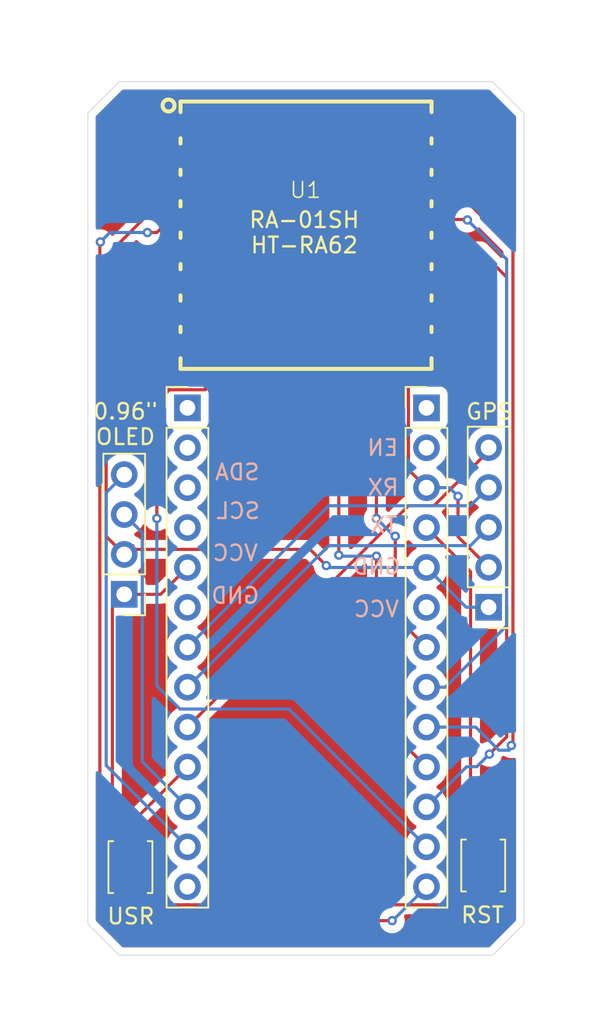
<source format=kicad_pcb>
(kicad_pcb (version 20241229) (generator "pcbnew") (generator_version "9.0")
  (layers (0 "F.Cu" signal) (2 "B.Cu" signal) (13 "F.Paste" user) (15 "B.Paste" user) (5 "F.SilkS" user "F.Silkscreen") (7 "B.SilkS" user "B.Silkscreen") (1 "F.Mask" user) (3 "B.Mask" user) (25 "Edge.Cuts" user))
  (net 0 "")
  (net 1 "SDA")
  (net 2 "VCC")
  (net 3 "SCL")
  (net 4 "GND")
  (net 5 "NRST")
  (net 6 "SCK")
  (net 7 "CS")
  (net 10 "MISO")
  (net 11 "BUSY")
  (net 13 "MOSI")
  (net 14 "IRQ")
  (net 18 "P1.06")
  (net 19 "MCU_RXEN")
  (net 20 "P0.06")
  (net 21 "USR_BTN")
  (net 22 "GPS_TX")
  (net 23 "GPS_RX")
  (net 24 "P0.08")
  (net 25 "GPS_EN")
  (net 27 "RST_BTN")
  (net 28 "BATTERY")
  (footprint "Button_Switch_SMD:SW_SPST_B3U-1000P" (layer "F.Cu") (at 113.005 94.49 -90)
    (property "Reference" "SW2" (hide yes))
    (property "Value" "SW_Push")
    (fp_line (start -1.65 1.4) (end 1.65 1.4) (stroke (width 0.12)) (layer "F.SilkS"))
    (fp_line (start 1.65 1.4) (end 1.65 1.1) (stroke (width 0.12)) (layer "F.SilkS"))
    (fp_line (start -1.65 1.1) (end -1.65 1.4) (stroke (width 0.12)) (layer "F.SilkS"))
    (fp_line (start -1.65 -1.1) (end -1.65 -1.4) (stroke (width 0.12)) (layer "F.SilkS"))
    (fp_line (start -1.65 -1.4) (end 1.65 -1.4) (stroke (width 0.12)) (layer "F.SilkS"))
    (fp_line (start 1.65 -1.4) (end 1.65 -1.1) (stroke (width 0.12)) (layer "F.SilkS"))
    (pad "1" smd rect (at -1.7 0 270) (size 0.9 1.7) (layers "F.Cu" "F.Mask" "F.Paste") (net 27 "RST_BTN"))
    (pad "2" smd rect (at 1.7 0 270) (size 0.9 1.7) (layers "F.Cu" "F.Mask" "F.Paste") (net 4 "GND"))
  )
  (footprint "Connector_PinHeader_2.54mm:PinHeader_1x13_P2.54mm_Vertical" (layer "F.Cu") (at 94.15 65.36)
    (property "Reference" "J1" (hide yes))
    (property "Value" "Conn_01x13")
    (fp_line (start -1.33 -1.33) (end 0 -1.33) (stroke (width 0.12)) (layer "F.SilkS"))
    (fp_line (start -1.33 0) (end -1.33 -1.33) (stroke (width 0.12)) (layer "F.SilkS"))
    (fp_line (start -1.33 1.27) (end -1.33 31.81) (stroke (width 0.12)) (layer "F.SilkS"))
    (fp_line (start -1.33 1.27) (end 1.33 1.27) (stroke (width 0.12)) (layer "F.SilkS"))
    (fp_line (start -1.33 31.81) (end 1.33 31.81) (stroke (width 0.12)) (layer "F.SilkS"))
    (fp_line (start 1.33 1.27) (end 1.33 31.81) (stroke (width 0.12)) (layer "F.SilkS"))
    (pad "1" thru_hole rect (at 0 0) (size 1.7 1.7) (drill 1) (layers "*.Cu" "*.Mask"))
    (pad "2" thru_hole oval (at 0 2.54) (size 1.7 1.7) (drill 1) (layers "*.Cu" "*.Mask") (net 20 "P0.06"))
    (pad "3" thru_hole oval (at 0 5.08) (size 1.7 1.7) (drill 1) (layers "*.Cu" "*.Mask") (net 24 "P0.08"))
    (pad "4" thru_hole oval (at 0 7.62) (size 1.7 1.7) (drill 1) (layers "*.Cu" "*.Mask") (net 4 "GND"))
    (pad "5" thru_hole oval (at 0 10.16) (size 1.7 1.7) (drill 1) (layers "*.Cu" "*.Mask") (net 4 "GND"))
    (pad "6" thru_hole oval (at 0 12.7) (size 1.7 1.7) (drill 1) (layers "*.Cu" "*.Mask") (net 19 "MCU_RXEN"))
    (pad "7" thru_hole oval (at 0 15.24) (size 1.7 1.7) (drill 1) (layers "*.Cu" "*.Mask") (net 23 "GPS_RX"))
    (pad "8" thru_hole oval (at 0 17.78) (size 1.7 1.7) (drill 1) (layers "*.Cu" "*.Mask") (net 22 "GPS_TX"))
    (pad "9" thru_hole oval (at 0 20.32) (size 1.7 1.7) (drill 1) (layers "*.Cu" "*.Mask") (net 25 "GPS_EN"))
    (pad "10" thru_hole oval (at 0 22.86) (size 1.7 1.7) (drill 1) (layers "*.Cu" "*.Mask") (net 21 "USR_BTN"))
    (pad "11" thru_hole oval (at 0 25.4) (size 1.7 1.7) (drill 1) (layers "*.Cu" "*.Mask") (net 3 "SCL"))
    (pad "12" thru_hole oval (at 0 27.94) (size 1.7 1.7) (drill 1) (layers "*.Cu" "*.Mask") (net 1 "SDA"))
    (pad "13" thru_hole oval (at 0 30.48) (size 1.7 1.7) (drill 1) (layers "*.Cu" "*.Mask") (net 18 "P1.06"))
  )
  (footprint "Connector_PinHeader_2.54mm:PinHeader_1x13_P2.54mm_Vertical" (layer "F.Cu") (at 109.39 65.36)
    (property "Reference" "J2" (hide yes))
    (property "Value" "Conn_01x13")
    (fp_line (start -1.33 -1.33) (end 0 -1.33) (stroke (width 0.12)) (layer "F.SilkS"))
    (fp_line (start -1.33 0) (end -1.33 -1.33) (stroke (width 0.12)) (layer "F.SilkS"))
    (fp_line (start -1.33 1.27) (end -1.33 31.81) (stroke (width 0.12)) (layer "F.SilkS"))
    (fp_line (start -1.33 1.27) (end 1.33 1.27) (stroke (width 0.12)) (layer "F.SilkS"))
    (fp_line (start -1.33 31.81) (end 1.33 31.81) (stroke (width 0.12)) (layer "F.SilkS"))
    (fp_line (start 1.33 1.27) (end 1.33 31.81) (stroke (width 0.12)) (layer "F.SilkS"))
    (pad "1" thru_hole rect (at 0 0) (size 1.7 1.7) (drill 1) (layers "*.Cu" "*.Mask"))
    (pad "2" thru_hole oval (at 0 2.54) (size 1.7 1.7) (drill 1) (layers "*.Cu" "*.Mask") (net 28 "BATTERY"))
    (pad "3" thru_hole oval (at 0 5.08) (size 1.7 1.7) (drill 1) (layers "*.Cu" "*.Mask") (net 4 "GND"))
    (pad "4" thru_hole oval (at 0 7.62) (size 1.7 1.7) (drill 1) (layers "*.Cu" "*.Mask") (net 27 "RST_BTN"))
    (pad "5" thru_hole oval (at 0 10.16) (size 1.7 1.7) (drill 1) (layers "*.Cu" "*.Mask") (net 2 "VCC"))
    (pad "6" thru_hole oval (at 0 12.7) (size 1.7 1.7) (drill 1) (layers "*.Cu" "*.Mask"))
    (pad "7" thru_hole oval (at 0 15.24) (size 1.7 1.7) (drill 1) (layers "*.Cu" "*.Mask") (net 11 "BUSY"))
    (pad "8" thru_hole oval (at 0 17.78) (size 1.7 1.7) (drill 1) (layers "*.Cu" "*.Mask") (net 10 "MISO"))
    (pad "9" thru_hole oval (at 0 20.32) (size 1.7 1.7) (drill 1) (layers "*.Cu" "*.Mask") (net 13 "MOSI"))
    (pad "10" thru_hole oval (at 0 22.86) (size 1.7 1.7) (drill 1) (layers "*.Cu" "*.Mask") (net 7 "CS"))
    (pad "11" thru_hole oval (at 0 25.4) (size 1.7 1.7) (drill 1) (layers "*.Cu" "*.Mask") (net 6 "SCK"))
    (pad "12" thru_hole oval (at 0 27.94) (size 1.7 1.7) (drill 1) (layers "*.Cu" "*.Mask") (net 14 "IRQ"))
    (pad "13" thru_hole oval (at 0 30.48) (size 1.7 1.7) (drill 1) (layers "*.Cu" "*.Mask") (net 5 "NRST"))
  )
  (footprint "Connector_PinHeader_2.54mm:PinHeader_1x05_P2.54mm_Vertical" (layer "F.Cu") (at 113.35 78.05 180)
    (property "Reference" "J4" (hide yes))
    (property "Value" "Conn_01x05_Pin")
    (fp_line (start 1.33 1.27) (end 1.33 11.49) (stroke (width 0.12)) (layer "F.SilkS"))
    (fp_line (start -1.33 11.49) (end 1.33 11.49) (stroke (width 0.12)) (layer "F.SilkS"))
    (fp_line (start -1.33 1.27) (end 1.33 1.27) (stroke (width 0.12)) (layer "F.SilkS"))
    (fp_line (start -1.33 1.27) (end -1.33 11.49) (stroke (width 0.12)) (layer "F.SilkS"))
    (fp_line (start -1.33 0) (end -1.33 -1.33) (stroke (width 0.12)) (layer "F.SilkS"))
    (fp_line (start -1.33 -1.33) (end 0 -1.33) (stroke (width 0.12)) (layer "F.SilkS"))
    (pad "1" thru_hole rect (at 0 0 180) (size 1.7 1.7) (drill 1) (layers "*.Cu" "*.Mask") (net 2 "VCC"))
    (pad "2" thru_hole oval (at 0 2.54 180) (size 1.7 1.7) (drill 1) (layers "*.Cu" "*.Mask") (net 4 "GND"))
    (pad "3" thru_hole oval (at 0 5.08 180) (size 1.7 1.7) (drill 1) (layers "*.Cu" "*.Mask") (net 22 "GPS_TX"))
    (pad "4" thru_hole oval (at 0 7.62 180) (size 1.7 1.7) (drill 1) (layers "*.Cu" "*.Mask") (net 23 "GPS_RX"))
    (pad "5" thru_hole oval (at 0 10.16 180) (size 1.7 1.7) (drill 1) (layers "*.Cu" "*.Mask") (net 25 "GPS_EN"))
  )
  (footprint "lcsc:RA-01SH" (layer "F.Cu") (at 101.76 40.24)
    (property "Reference" "U1" (at -0.0855 11.258 0) (layer "F.SilkS") (effects (font (thickness 0.1))))
    (property "Value" "~")
    (fp_line (start -8.051 5.621) (end -8.051 6.2989) (stroke (width 0.254)) (layer "F.SilkS"))
    (fp_line (start -8.051 5.621) (end 7.951 5.621) (stroke (width 0.254)) (layer "F.SilkS"))
    (fp_line (start -8.051 7.9612) (end -8.051 8.2989) (stroke (width 0.254)) (layer "F.SilkS"))
    (fp_line (start -8.051 9.9611) (end -8.051 10.2989) (stroke (width 0.254)) (layer "F.SilkS"))
    (fp_line (start -8.051 11.9611) (end -8.051 12.2989) (stroke (width 0.254)) (layer "F.SilkS"))
    (fp_line (start -8.051 13.9611) (end -8.051 14.2989) (stroke (width 0.254)) (layer "F.SilkS"))
    (fp_line (start -8.051 15.9611) (end -8.051 16.2989) (stroke (width 0.254)) (layer "F.SilkS"))
    (fp_line (start -8.051 17.9611) (end -8.051 18.2989) (stroke (width 0.254)) (layer "F.SilkS"))
    (fp_line (start -8.051 19.9611) (end -8.051 20.2988) (stroke (width 0.254)) (layer "F.SilkS"))
    (fp_line (start -8.051 21.9611) (end -8.051 22.639) (stroke (width 0.254)) (layer "F.SilkS"))
    (fp_line (start 7.951 6.2989) (end 7.951 5.621) (stroke (width 0.254)) (layer "F.SilkS"))
    (fp_line (start 7.951 8.2989) (end 7.951 7.9612) (stroke (width 0.254)) (layer "F.SilkS"))
    (fp_line (start 7.951 10.2989) (end 7.951 9.9611) (stroke (width 0.254)) (layer "F.SilkS"))
    (fp_line (start 7.951 12.2989) (end 7.951 11.9611) (stroke (width 0.254)) (layer "F.SilkS"))
    (fp_line (start 7.951 14.2989) (end 7.951 13.9611) (stroke (width 0.254)) (layer "F.SilkS"))
    (fp_line (start 7.951 16.2989) (end 7.951 15.9611) (stroke (width 0.254)) (layer "F.SilkS"))
    (fp_line (start 7.951 18.2989) (end 7.951 17.9611) (stroke (width 0.254)) (layer "F.SilkS"))
    (fp_line (start 7.951 20.2988) (end 7.951 19.9611) (stroke (width 0.254)) (layer "F.SilkS"))
    (fp_line (start 7.951 22.639) (end -8.051 22.639) (stroke (width 0.254)) (layer "F.SilkS"))
    (fp_line (start 7.951 22.639) (end 7.951 21.9611) (stroke (width 0.254)) (layer "F.SilkS"))
    (fp_circle (center -8.813 5.875) (end -8.432 5.875) (stroke (width 0.254)) (fill no) (layer "F.SilkS"))
    (pad "1" smd rect (at -7.75 7.13) (size 3 1.2) (layers "F.Cu" "F.Mask" "F.Paste"))
    (pad "2" smd rect (at -8.05 9.13) (size 2.4 1.2) (layers "F.Cu" "F.Mask" "F.Paste") (net 4 "GND"))
    (pad "3" smd rect (at -8.05 11.13) (size 2.4 1.2) (layers "F.Cu" "F.Mask" "F.Paste") (net 2 "VCC"))
    (pad "4" smd rect (at -8.05 13.13) (size 2.4 1.2) (layers "F.Cu" "F.Mask" "F.Paste") (net 5 "NRST"))
    (pad "5" smd rect (at -8.05 15.13) (size 2.4 1.2) (layers "F.Cu" "F.Mask" "F.Paste"))
    (pad "6" smd rect (at -8.05 17.13) (size 2.4 1.2) (layers "F.Cu" "F.Mask" "F.Paste") (net 14 "IRQ"))
    (pad "7" smd rect (at -8.05 19.13) (size 2.4 1.2) (layers "F.Cu" "F.Mask" "F.Paste"))
    (pad "8" smd rect (at -8.05 21.13) (size 2.4 1.2) (layers "F.Cu" "F.Mask" "F.Paste"))
    (pad "9" smd rect (at 7.95 21.13) (size 2.4 1.2) (layers "F.Cu" "F.Mask" "F.Paste") (net 4 "GND"))
    (pad "10" smd rect (at 7.95 19.13) (size 2.4 1.2) (layers "F.Cu" "F.Mask" "F.Paste") (net 11 "BUSY"))
    (pad "11" smd rect (at 7.95 17.13) (size 2.4 1.2) (layers "F.Cu" "F.Mask" "F.Paste"))
    (pad "12" smd rect (at 7.95 15.13) (size 2.4 1.2) (layers "F.Cu" "F.Mask" "F.Paste") (net 6 "SCK"))
    (pad "13" smd rect (at 7.95 13.13) (size 2.4 1.2) (layers "F.Cu" "F.Mask" "F.Paste") (net 10 "MISO"))
    (pad "14" smd rect (at 7.95 11.13) (size 2.4 1.2) (layers "F.Cu" "F.Mask" "F.Paste") (net 13 "MOSI"))
    (pad "15" smd rect (at 7.95 9.13) (size 2.4 1.2) (layers "F.Cu" "F.Mask" "F.Paste") (net 7 "CS"))
    (pad "16" smd rect (at 7.95 7.13) (size 2.4 1.2) (layers "F.Cu" "F.Mask" "F.Paste") (net 4 "GND"))
  )
  (footprint "Button_Switch_SMD:SW_SPST_B3U-1000P" (layer "F.Cu") (at 90.515 94.59 -90)
    (property "Reference" "SW1" (hide yes))
    (property "Value" "SW_Push")
    (fp_line (start -1.65 1.4) (end 1.65 1.4) (stroke (width 0.12)) (layer "F.SilkS"))
    (fp_line (start 1.65 1.4) (end 1.65 1.1) (stroke (width 0.12)) (layer "F.SilkS"))
    (fp_line (start -1.65 1.1) (end -1.65 1.4) (stroke (width 0.12)) (layer "F.SilkS"))
    (fp_line (start -1.65 -1.1) (end -1.65 -1.4) (stroke (width 0.12)) (layer "F.SilkS"))
    (fp_line (start -1.65 -1.4) (end 1.65 -1.4) (stroke (width 0.12)) (layer "F.SilkS"))
    (fp_line (start 1.65 -1.4) (end 1.65 -1.1) (stroke (width 0.12)) (layer "F.SilkS"))
    (pad "1" smd rect (at -1.7 0 270) (size 0.9 1.7) (layers "F.Cu" "F.Mask" "F.Paste") (net 21 "USR_BTN"))
    (pad "2" smd rect (at 1.7 0 270) (size 0.9 1.7) (layers "F.Cu" "F.Mask" "F.Paste") (net 4 "GND"))
  )
  (footprint "Connector_PinHeader_2.54mm:PinHeader_1x04_P2.54mm_Vertical" (layer "F.Cu") (at 90.12 77.23 180)
    (property "Reference" "J3" (hide yes))
    (property "Value" "Conn_01x04_Pin")
    (fp_line (start 1.33 1.27) (end 1.33 8.95) (stroke (width 0.12)) (layer "F.SilkS"))
    (fp_line (start -1.33 8.95) (end 1.33 8.95) (stroke (width 0.12)) (layer "F.SilkS"))
    (fp_line (start -1.33 1.27) (end 1.33 1.27) (stroke (width 0.12)) (layer "F.SilkS"))
    (fp_line (start -1.33 1.27) (end -1.33 8.95) (stroke (width 0.12)) (layer "F.SilkS"))
    (fp_line (start -1.33 0) (end -1.33 -1.33) (stroke (width 0.12)) (layer "F.SilkS"))
    (fp_line (start -1.33 -1.33) (end 0 -1.33) (stroke (width 0.12)) (layer "F.SilkS"))
    (pad "1" thru_hole rect (at 0 0 180) (size 1.7 1.7) (drill 1) (layers "*.Cu" "*.Mask") (net 4 "GND"))
    (pad "2" thru_hole oval (at 0 2.54 180) (size 1.7 1.7) (drill 1) (layers "*.Cu" "*.Mask") (net 2 "VCC"))
    (pad "3" thru_hole oval (at 0 5.08 180) (size 1.7 1.7) (drill 1) (layers "*.Cu" "*.Mask") (net 3 "SCL"))
    (pad "4" thru_hole oval (at 0 7.62 180) (size 1.7 1.7) (drill 1) (layers "*.Cu" "*.Mask") (net 1 "SDA"))
  )
  (gr_line (start 87.8 98.2) (end 87.8 46.6) (stroke (width 0.05)) (layer "Edge.Cuts"))
  (gr_line (start 113.6 44.6) (end 89.8 44.6) (stroke (width 0.05)) (layer "Edge.Cuts"))
  (gr_line (start 115.6 46.6) (end 113.6 44.6) (stroke (width 0.05)) (layer "Edge.Cuts"))
  (gr_line (start 115.6 98.2) (end 115.6 46.6) (stroke (width 0.05)) (layer "Edge.Cuts"))
  (gr_line (start 87.8 46.6) (end 89.8 44.6) (stroke (width 0.05)) (layer "Edge.Cuts"))
  (gr_line (start 89.8 100.2) (end 87.8 98.2) (stroke (width 0.05)) (layer "Edge.Cuts"))
  (gr_line (start 113.6 100.2) (end 89.8 100.2) (stroke (width 0.05)) (layer "Edge.Cuts"))
  (gr_line (start 113.6 100.2) (end 115.6 98.2) (stroke (width 0.05)) (layer "Edge.Cuts"))
  (gr_text "RST" (at 112.96 97.64 0) (layer "F.SilkS") (effects (font (size 1 1))))
  (gr_text "GPS" (at 113.4 65.6 0) (layer "F.SilkS") (effects (font (size 1 1))))
  (gr_text "USR" (at 90.545 97.72 0) (layer "F.SilkS") (effects (font (size 1 1))))
  (gr_text "0.96{dblquote}\nOLED" (at 90.2 66.4 0) (layer "F.SilkS") (effects (font (size 1 1))))
  (gr_text "RA-01SH\nHT-RA62" (at 101.6 54.2 0) (layer "F.SilkS") (effects (font (size 1 1))))
  (gr_text "GND" (at 97.2 77.31 0) (layer "B.SilkS") (effects (font (size 1 1)) (justify mirror)))
  (gr_text "RX" (at 106.63 70.42 0) (layer "B.SilkS") (effects (font (size 1 1)) (justify mirror)))
  (gr_text "TX" (at 106.66 72.82 0) (layer "B.SilkS") (effects (font (size 1 1)) (justify mirror)))
  (gr_text "VCC" (at 97.2 74.6 0) (layer "B.SilkS") (effects (font (size 1 1)) (justify mirror)))
  (gr_text "SDA" (at 97.33 69.45 0) (layer "B.SilkS") (effects (font (size 1 1)) (justify mirror)))
  (gr_text "EN" (at 106.6 67.9 0) (layer "B.SilkS") (effects (font (size 1 1)) (justify mirror)))
  (gr_text "GND" (at 106.2 75.46 0) (layer "B.SilkS") (effects (font (size 1 1)) (justify mirror)))
  (gr_text "SCL" (at 97.38 71.92 0) (layer "B.SilkS") (effects (font (size 1 1)) (justify mirror)))
  (gr_text "VCC" (at 106.2 78.17 0) (layer "B.SilkS") (effects (font (size 1 1)) (justify mirror)))
  (segment (start 88.969 88.119) (end 88.969 70.761) (width 0.2) (layer "B.Cu") (net 1))
  (segment (start 94.15 93.3) (end 88.969 88.119) (width 0.2) (layer "B.Cu") (net 1))
  (segment (start 88.969 70.761) (end 90.12 69.61) (width 0.2) (layer "B.Cu") (net 1))
  (segment (start 90.12 74.69) (end 90.441 74.369) (width 0.2) (layer "F.Cu") (net 2))
  (segment (start 90.441 74.369) (end 101.969 74.369) (width 0.2) (layer "F.Cu") (net 2))
  (segment (start 88.969 55.709) (end 88.969 73.539) (width 0.2) (layer "F.Cu") (net 2))
  (segment (start 90.12 74.69) (end 90.679 74.131) (width 0.2) (layer "F.Cu") (net 2))
  (segment (start 93.308 51.37) (end 88.969 55.709) (width 0.2) (layer "F.Cu") (net 2))
  (segment (start 88.969 73.539) (end 90.12 74.69) (width 0.2) (layer "F.Cu") (net 2))
  (segment (start 93.71 51.37) (end 93.308 51.37) (width 0.2) (layer "F.Cu") (net 2))
  (segment (start 101.969 74.369) (end 103 75.4) (width 0.2) (layer "F.Cu") (net 2))
  (via (at 103 75.4) (size 0.6) (drill 0.3) (layers "F.Cu" "B.Cu") (net 2))
  (segment (start 109.39 75.52) (end 111.92 78.05) (width 0.2) (layer "B.Cu") (net 2))
  (segment (start 103 75.4) (end 103.12 75.52) (width 0.2) (layer "B.Cu") (net 2))
  (segment (start 111.92 78.05) (end 113.35 78.05) (width 0.2) (layer "B.Cu") (net 2))
  (segment (start 103.12 75.52) (end 109.39 75.52) (width 0.2) (layer "B.Cu") (net 2))
  (segment (start 91.271 73.301) (end 90.12 72.15) (width 0.2) (layer "B.Cu") (net 3))
  (segment (start 91.271 87.881) (end 91.271 73.301) (width 0.2) (layer "B.Cu") (net 3))
  (segment (start 94.15 90.76) (end 91.271 87.881) (width 0.2) (layer "B.Cu") (net 3))
  (segment (start 113.005 96.19) (end 112.204 96.991) (width 0.2) (layer "F.Cu") (net 4))
  (segment (start 89.364 95.139) (end 90.515 96.29) (width 0.2) (layer "F.Cu") (net 4))
  (segment (start 111.4 73.56) (end 111.4 70.991) (width 0.2) (layer "F.Cu") (net 4))
  (segment (start 92.44 77.23) (end 94.15 75.52) (width 0.2) (layer "F.Cu") (net 4))
  (segment (start 109.71 61.37) (end 108.239 62.841) (width 0.2) (layer "F.Cu") (net 4))
  (segment (start 89.364 77.986) (end 89.364 95.139) (width 0.2) (layer "F.Cu") (net 4))
  (segment (start 113.35 75.51) (end 111.4 73.56) (width 0.2) (layer "F.Cu") (net 4))
  (segment (start 108.239 69.289) (end 109.39 70.44) (width 0.2) (layer "F.Cu") (net 4))
  (segment (start 112.204 96.991) (end 91.216 96.991) (width 0.2) (layer "F.Cu") (net 4))
  (segment (start 91.216 96.991) (end 90.515 96.29) (width 0.2) (layer "F.Cu") (net 4))
  (segment (start 90.12 77.23) (end 92.44 77.23) (width 0.2) (layer "F.Cu") (net 4))
  (segment (start 108.239 62.841) (end 108.239 69.289) (width 0.2) (layer "F.Cu") (net 4))
  (segment (start 90.12 77.23) (end 89.364 77.986) (width 0.2) (layer "F.Cu") (net 4))
  (via (at 111.4 70.991) (size 0.6) (drill 0.3) (layers "F.Cu" "B.Cu") (net 4))
  (segment (start 111.4 70.991) (end 110.849 70.44) (width 0.2) (layer "B.Cu") (net 4))
  (segment (start 110.849 70.44) (end 109.39 70.44) (width 0.2) (layer "B.Cu") (net 4))
  (segment (start 88.568 96.245) (end 90.323 98) (width 0.2) (layer "F.Cu") (net 5))
  (segment (start 91.6 54.2) (end 92.2 54.2) (width 0.2) (layer "F.Cu") (net 5))
  (segment (start 93.71 53.37) (end 94.112 53.37) (width 0.2) (layer "F.Cu") (net 5))
  (segment (start 88.568 55.4) (end 88.568 96.245) (width 0.2) (layer "F.Cu") (net 5))
  (segment (start 93.03 53.37) (end 93.71 53.37) (width 0.2) (layer "F.Cu") (net 5))
  (segment (start 88.568 55.4) (end 88.568 54.832) (width 0.2) (layer "F.Cu") (net 5))
  (segment (start 88.568 54.832) (end 88.6 54.8) (width 0.2) (layer "F.Cu") (net 5))
  (segment (start 90.323 98) (end 107.2 98) (width 0.2) (layer "F.Cu") (net 5))
  (segment (start 92.2 54.2) (end 93.03 53.37) (width 0.2) (layer "F.Cu") (net 5))
  (via (at 107.2 98) (size 0.6) (drill 0.3) (layers "F.Cu" "B.Cu") (net 5))
  (via (at 88.6 54.8) (size 0.6) (drill 0.3) (layers "F.Cu" "B.Cu") (net 5))
  (via (at 91.6 54.2) (size 0.6) (drill 0.3) (layers "F.Cu" "B.Cu") (net 5))
  (segment (start 88.6 54.8) (end 89.2 54.2) (width 0.2) (layer "B.Cu") (net 5))
  (segment (start 89.2 54.2) (end 89.4 54.2) (width 0.2) (layer "B.Cu") (net 5))
  (segment (start 107.23 98) (end 109.39 95.84) (width 0.2) (layer "B.Cu") (net 5))
  (segment (start 107.2 98) (end 107.23 98) (width 0.2) (layer "B.Cu") (net 5))
  (segment (start 89.4 54.2) (end 91.6 54.2) (width 0.2) (layer "B.Cu") (net 5))
  (segment (start 112.829 55.37) (end 109.71 55.37) (width 0.2) (layer "F.Cu") (net 6))
  (segment (start 114.501 86.299) (end 114.501 57.042) (width 0.2) (layer "F.Cu") (net 6))
  (segment (start 114.501 57.042) (end 112.829 55.37) (width 0.2) (layer "F.Cu") (net 6))
  (segment (start 113.4 87.4) (end 114.501 86.299) (width 0.2) (layer "F.Cu") (net 6))
  (via (at 113.4 87.4) (size 0.6) (drill 0.3) (layers "F.Cu" "B.Cu") (net 6))
  (segment (start 112.6 88.2) (end 111.95 88.2) (width 0.2) (layer "B.Cu") (net 6))
  (segment (start 111.95 88.2) (end 109.39 90.76) (width 0.2) (layer "B.Cu") (net 6))
  (segment (start 113.4 87.4) (end 112.6 88.2) (width 0.2) (layer "B.Cu") (net 6))
  (segment (start 103.8 54.878) (end 103.8 74.731) (width 0.2) (layer "F.Cu") (net 7))
  (segment (start 109.308 49.37) (end 103.8 54.878) (width 0.2) (layer "F.Cu") (net 7))
  (segment (start 106.2 74.8) (end 106.2 85.03) (width 0.2) (layer "F.Cu") (net 7))
  (segment (start 109.71 49.37) (end 109.308 49.37) (width 0.2) (layer "F.Cu") (net 7))
  (segment (start 106.2 85.03) (end 109.39 88.22) (width 0.2) (layer "F.Cu") (net 7))
  (via (at 103.8 74.731) (size 0.6) (drill 0.3) (layers "F.Cu" "B.Cu") (net 7))
  (via (at 106.2 74.8) (size 0.6) (drill 0.3) (layers "F.Cu" "B.Cu") (net 7))
  (segment (start 103.8 74.731) (end 103.869 74.8) (width 0.2) (layer "B.Cu") (net 7))
  (segment (start 103.869 74.8) (end 106.2 74.8) (width 0.2) (layer "B.Cu") (net 7))
  (segment (start 109.71 53.37) (end 111.97 53.37) (width 0.2) (layer "F.Cu") (net 10))
  (segment (start 111.97 53.37) (end 112 53.4) (width 0.2) (layer "F.Cu") (net 10))
  (via (at 112 53.4) (size 0.6) (drill 0.3) (layers "F.Cu" "B.Cu") (net 10))
  (segment (start 110.592081 83.14) (end 109.39 83.14) (width 0.2) (layer "B.Cu") (net 10))
  (segment (start 114.501 79.231081) (end 110.592081 83.14) (width 0.2) (layer "B.Cu") (net 10))
  (segment (start 114.501 55.901) (end 114.501 79.231081) (width 0.2) (layer "B.Cu") (net 10))
  (segment (start 112 53.4) (end 114.501 55.901) (width 0.2) (layer "B.Cu") (net 10))
  (segment (start 107.4 78.61) (end 107.4 73.531) (width 0.2) (layer "F.Cu") (net 11))
  (segment (start 109.39 80.6) (end 107.4 78.61) (width 0.2) (layer "F.Cu") (net 11))
  (segment (start 109.308 59.37) (end 109.71 59.37) (width 0.2) (layer "F.Cu") (net 11))
  (segment (start 106.2 62.478) (end 109.308 59.37) (width 0.2) (layer "F.Cu") (net 11))
  (segment (start 106.2 72.4) (end 106.2 62.478) (width 0.2) (layer "F.Cu") (net 11))
  (via (at 106.2 72.4) (size 0.6) (drill 0.3) (layers "F.Cu" "B.Cu") (net 11))
  (via (at 107.4 73.531) (size 0.6) (drill 0.3) (layers "F.Cu" "B.Cu") (net 11))
  (segment (start 107.4 73.531) (end 107.331 73.531) (width 0.2) (layer "B.Cu") (net 11))
  (segment (start 107.331 73.531) (end 106.2 72.4) (width 0.2) (layer "B.Cu") (net 11))
  (segment (start 114.8 86.848527) (end 114.902 86.746527) (width 0.2) (layer "F.Cu") (net 13))
  (segment (start 111.11 51.37) (end 109.71 51.37) (width 0.2) (layer "F.Cu") (net 13))
  (segment (start 114.902 86.746527) (end 114.902 55.162) (width 0.2) (layer "F.Cu") (net 13))
  (segment (start 114.902 55.162) (end 111.11 51.37) (width 0.2) (layer "F.Cu") (net 13))
  (via (at 114.8 86.848527) (size 0.6) (drill 0.3) (layers "F.Cu" "B.Cu") (net 13))
  (segment (start 112.529943 85.68) (end 109.39 85.68) (width 0.2) (layer "B.Cu") (net 13))
  (segment (start 114.001 87.151057) (end 112.529943 85.68) (width 0.2) (layer "B.Cu") (net 13))
  (segment (start 114.8 86.848527) (end 114.8 87) (width 0.2) (layer "B.Cu") (net 13))
  (segment (start 114.8 87) (end 114.648943 87.151057) (width 0.2) (layer "B.Cu") (net 13))
  (segment (start 114.648943 87.151057) (end 114.001 87.151057) (width 0.2) (layer "B.Cu") (net 13))
  (segment (start 94.112 57.37) (end 95.301 58.559) (width 0.2) (layer "F.Cu") (net 14))
  (segment (start 92.999 64.209) (end 92.2 65.008) (width 0.2) (layer "F.Cu") (net 14))
  (segment (start 92.2 65.008) (end 92.2 72.4) (width 0.2) (layer "F.Cu") (net 14))
  (segment (start 95.301 64.209) (end 92.999 64.209) (width 0.2) (layer "F.Cu") (net 14))
  (segment (start 95.301 58.559) (end 95.301 64.209) (width 0.2) (layer "F.Cu") (net 14))
  (segment (start 93.71 57.37) (end 94.112 57.37) (width 0.2) (layer "F.Cu") (net 14))
  (via (at 92.2 72.4) (size 0.6) (drill 0.3) (layers "F.Cu" "B.Cu") (net 14))
  (segment (start 93.67324 84.529) (end 100.619 84.529) (width 0.2) (layer "B.Cu") (net 14))
  (segment (start 92.2 72.4) (end 92.2 83.05576) (width 0.2) (layer "B.Cu") (net 14))
  (segment (start 100.619 84.529) (end 109.39 93.3) (width 0.2) (layer "B.Cu") (net 14))
  (segment (start 92.2 83.05576) (end 93.67324 84.529) (width 0.2) (layer "B.Cu") (net 14))
  (segment (start 90.515 92.89) (end 90.515 91.855) (width 0.2) (layer "F.Cu") (net 21))
  (segment (start 90.515 91.855) (end 94.15 88.22) (width 0.2) (layer "F.Cu") (net 21))
  (segment (start 112.189 74.131) (end 113.35 72.97) (width 0.2) (layer "B.Cu") (net 22))
  (segment (start 94.15 83.14) (end 103.159 74.131) (width 0.2) (layer "B.Cu") (net 22))
  (segment (start 103.159 74.131) (end 112.189 74.131) (width 0.2) (layer "B.Cu") (net 22))
  (segment (start 94.15 80.6) (end 103.159 71.591) (width 0.2) (layer "B.Cu") (net 23))
  (segment (start 112.189 71.591) (end 113.35 70.43) (width 0.2) (layer "B.Cu") (net 23))
  (segment (start 103.159 71.591) (end 112.189 71.591) (width 0.2) (layer "B.Cu") (net 23))
  (segment (start 113.35 68.10776) (end 113.35 67.89) (width 0.2) (layer "F.Cu") (net 25))
  (segment (start 94.15 85.68) (end 108.239 71.591) (width 0.2) (layer "F.Cu") (net 25))
  (segment (start 109.86676 71.591) (end 113.35 68.10776) (width 0.2) (layer "F.Cu") (net 25))
  (segment (start 108.239 71.591) (end 109.86676 71.591) (width 0.2) (layer "F.Cu") (net 25))
  (segment (start 113.005 92.79) (end 112.199 91.984) (width 0.2) (layer "F.Cu") (net 27))
  (segment (start 112.199 91.984) (end 112.199 75.789) (width 0.2) (layer "F.Cu") (net 27))
  (segment (start 112.199 75.789) (end 109.39 72.98) (width 0.2) (layer "F.Cu") (net 27))
  (zone (net 0) (net_name "") (layers "F.Cu" "B.Cu") (connect_pads (clearance 0.5)) (min_thickness 0.25) (fill yes (thermal_gap 0.5) (thermal_bridge_width 0.5) (island_removal_mode 1) (island_area_min 10))
    (polygon (pts (xy 119 103.6) (xy 120.6 40.2) (xy 84.2 39.4) (xy 82.2 104.6)))
  )
)
</source>
